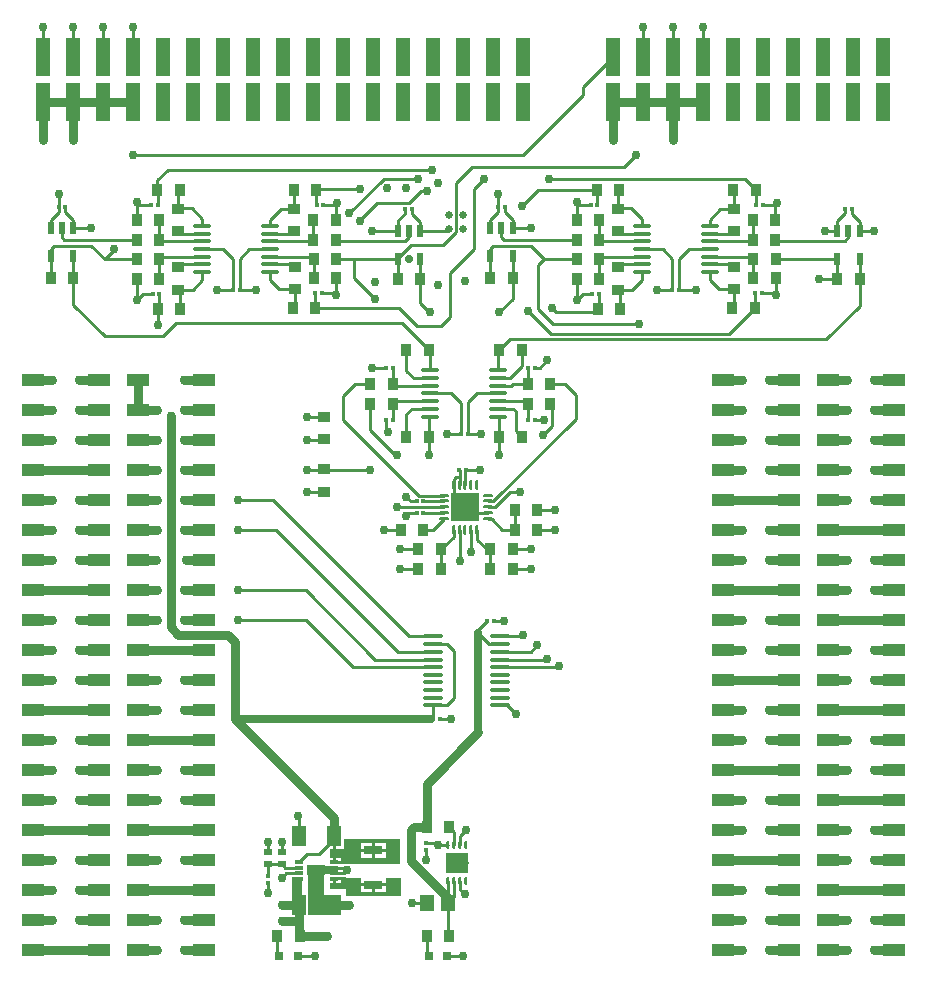
<source format=gtl>
%FSLAX23Y23*%
%MOIN*%
G70*
G01*
G75*
G04 Layer_Physical_Order=1*
G04 Layer_Color=255*
%ADD10R,0.050X0.125*%
%ADD11R,0.072X0.039*%
%ADD12O,0.061X0.014*%
%ADD13R,0.024X0.043*%
%ADD14O,0.037X0.010*%
%ADD15O,0.010X0.037*%
%ADD16R,0.094X0.094*%
%ADD17O,0.067X0.014*%
%ADD18O,0.010X0.028*%
%ADD19R,0.075X0.071*%
%ADD20R,0.028X0.012*%
%ADD21R,0.059X0.035*%
%ADD22R,0.035X0.039*%
%ADD23R,0.039X0.035*%
%ADD24R,0.026X0.022*%
%ADD25R,0.031X0.031*%
%ADD26R,0.063X0.031*%
%ADD27R,0.014X0.013*%
%ADD28R,0.045X0.057*%
%ADD29R,0.013X0.014*%
%ADD30R,0.045X0.071*%
%ADD31C,0.010*%
%ADD32C,0.030*%
%ADD33C,0.025*%
%ADD34R,0.101X0.030*%
%ADD35R,0.110X0.070*%
%ADD36R,0.054X0.168*%
%ADD37R,0.032X0.129*%
%ADD38C,0.028*%
%ADD39C,0.030*%
%ADD40C,0.026*%
G36*
X-2426Y-1315D02*
X-2398D01*
Y-1280D01*
X-2210D01*
Y-1364D01*
X-2407D01*
Y-1363D01*
X-2431D01*
Y-1358D01*
X-2436D01*
Y-1343D01*
X-2444D01*
Y-1315D01*
X-2436D01*
Y-1270D01*
X-2426D01*
Y-1315D01*
D02*
G37*
G36*
X-2390Y-1410D02*
X-2341D01*
Y-1427D01*
X-2259D01*
Y-1410D01*
X-2210D01*
X-2209Y-1411D01*
Y-1469D01*
X-2390D01*
X-2390Y-1448D01*
X-2441D01*
X-2445Y-1444D01*
X-2445Y-1427D01*
X-2436D01*
Y-1412D01*
X-2431D01*
Y-1407D01*
X-2407D01*
Y-1406D01*
X-2390D01*
Y-1410D01*
D02*
G37*
%LPC*%
G36*
X-2407Y-1417D02*
X-2426D01*
Y-1427D01*
X-2407D01*
Y-1417D01*
D02*
G37*
G36*
X-2305Y-1437D02*
X-2341D01*
Y-1458D01*
X-2305D01*
Y-1437D01*
D02*
G37*
G36*
X-2259D02*
X-2295D01*
Y-1458D01*
X-2259D01*
Y-1437D01*
D02*
G37*
G36*
X-2305Y-1292D02*
X-2341D01*
Y-1313D01*
X-2305D01*
Y-1292D01*
D02*
G37*
G36*
X-2259D02*
X-2295D01*
Y-1313D01*
X-2259D01*
Y-1292D01*
D02*
G37*
G36*
Y-1323D02*
X-2295D01*
Y-1344D01*
X-2259D01*
Y-1323D01*
D02*
G37*
G36*
X-2407Y-1343D02*
X-2426D01*
Y-1353D01*
X-2407D01*
Y-1343D01*
D02*
G37*
G36*
X-2305Y-1323D02*
X-2341D01*
Y-1344D01*
X-2305D01*
Y-1323D01*
D02*
G37*
%LPD*%
D10*
X-3400Y1175D02*
D03*
X-3300D02*
D03*
X-3100D02*
D03*
X-3200D02*
D03*
X-2800D02*
D03*
X-2700D02*
D03*
X-2900D02*
D03*
X-3000D02*
D03*
X-2200D02*
D03*
X-2100D02*
D03*
X-1900D02*
D03*
X-2000D02*
D03*
X-2400D02*
D03*
X-2300D02*
D03*
X-2500D02*
D03*
X-2600D02*
D03*
X-1800D02*
D03*
Y1325D02*
D03*
X-2600D02*
D03*
X-2500D02*
D03*
X-2300D02*
D03*
X-2400D02*
D03*
X-2000D02*
D03*
X-1900D02*
D03*
X-2100D02*
D03*
X-2200D02*
D03*
X-3000D02*
D03*
X-2900D02*
D03*
X-2700D02*
D03*
X-2800D02*
D03*
X-3200D02*
D03*
X-3100D02*
D03*
X-3300D02*
D03*
X-3400D02*
D03*
X-1500D02*
D03*
X-1400D02*
D03*
X-1200D02*
D03*
X-1300D02*
D03*
X-900D02*
D03*
X-800D02*
D03*
X-1000D02*
D03*
X-1100D02*
D03*
X-600D02*
D03*
X-700D02*
D03*
Y1175D02*
D03*
X-600D02*
D03*
X-1100D02*
D03*
X-1000D02*
D03*
X-800D02*
D03*
X-900D02*
D03*
X-1300D02*
D03*
X-1200D02*
D03*
X-1400D02*
D03*
X-1500D02*
D03*
D11*
X-3435Y250D02*
D03*
Y150D02*
D03*
Y-50D02*
D03*
Y50D02*
D03*
Y-350D02*
D03*
Y-450D02*
D03*
Y-250D02*
D03*
Y-150D02*
D03*
Y-950D02*
D03*
Y-1050D02*
D03*
Y-1250D02*
D03*
Y-1150D02*
D03*
Y-750D02*
D03*
Y-850D02*
D03*
Y-650D02*
D03*
Y-550D02*
D03*
Y-1550D02*
D03*
Y-1650D02*
D03*
Y-1450D02*
D03*
Y-1350D02*
D03*
X-3215D02*
D03*
Y-1450D02*
D03*
Y-1650D02*
D03*
Y-1550D02*
D03*
Y-550D02*
D03*
Y-650D02*
D03*
Y-850D02*
D03*
Y-750D02*
D03*
Y-1150D02*
D03*
Y-1250D02*
D03*
Y-1050D02*
D03*
Y-950D02*
D03*
Y-150D02*
D03*
Y-250D02*
D03*
Y-450D02*
D03*
Y-350D02*
D03*
Y50D02*
D03*
Y-50D02*
D03*
Y150D02*
D03*
Y250D02*
D03*
X-785D02*
D03*
Y150D02*
D03*
Y-50D02*
D03*
Y50D02*
D03*
Y-350D02*
D03*
Y-450D02*
D03*
Y-250D02*
D03*
Y-150D02*
D03*
Y-950D02*
D03*
Y-1050D02*
D03*
Y-1250D02*
D03*
Y-1150D02*
D03*
Y-750D02*
D03*
Y-850D02*
D03*
Y-650D02*
D03*
Y-550D02*
D03*
Y-1550D02*
D03*
Y-1650D02*
D03*
Y-1450D02*
D03*
Y-1350D02*
D03*
X-565D02*
D03*
Y-1450D02*
D03*
Y-1650D02*
D03*
Y-1550D02*
D03*
Y-550D02*
D03*
Y-650D02*
D03*
Y-850D02*
D03*
Y-750D02*
D03*
Y-1150D02*
D03*
Y-1250D02*
D03*
Y-1050D02*
D03*
Y-950D02*
D03*
Y-150D02*
D03*
Y-250D02*
D03*
Y-450D02*
D03*
Y-350D02*
D03*
Y50D02*
D03*
Y-50D02*
D03*
Y150D02*
D03*
Y250D02*
D03*
X-3085D02*
D03*
Y150D02*
D03*
Y-50D02*
D03*
Y50D02*
D03*
Y-350D02*
D03*
Y-450D02*
D03*
Y-250D02*
D03*
Y-150D02*
D03*
Y-950D02*
D03*
Y-1050D02*
D03*
Y-1250D02*
D03*
Y-1150D02*
D03*
Y-750D02*
D03*
Y-850D02*
D03*
Y-650D02*
D03*
Y-550D02*
D03*
Y-1550D02*
D03*
Y-1650D02*
D03*
Y-1450D02*
D03*
Y-1350D02*
D03*
X-2865D02*
D03*
Y-1450D02*
D03*
Y-1650D02*
D03*
Y-1550D02*
D03*
Y-550D02*
D03*
Y-650D02*
D03*
Y-850D02*
D03*
Y-750D02*
D03*
Y-1150D02*
D03*
Y-1250D02*
D03*
Y-1050D02*
D03*
Y-950D02*
D03*
Y-150D02*
D03*
Y-250D02*
D03*
Y-450D02*
D03*
Y-350D02*
D03*
Y50D02*
D03*
Y-50D02*
D03*
Y150D02*
D03*
Y250D02*
D03*
X-1135D02*
D03*
Y150D02*
D03*
Y-50D02*
D03*
Y50D02*
D03*
Y-350D02*
D03*
Y-450D02*
D03*
Y-250D02*
D03*
Y-150D02*
D03*
Y-950D02*
D03*
Y-1050D02*
D03*
Y-1250D02*
D03*
Y-1150D02*
D03*
Y-750D02*
D03*
Y-850D02*
D03*
Y-650D02*
D03*
Y-550D02*
D03*
Y-1550D02*
D03*
Y-1650D02*
D03*
Y-1450D02*
D03*
Y-1350D02*
D03*
X-915D02*
D03*
Y-1450D02*
D03*
Y-1650D02*
D03*
Y-1550D02*
D03*
Y-550D02*
D03*
Y-650D02*
D03*
Y-850D02*
D03*
Y-750D02*
D03*
Y-1150D02*
D03*
Y-1250D02*
D03*
Y-1050D02*
D03*
Y-950D02*
D03*
Y-150D02*
D03*
Y-250D02*
D03*
Y-450D02*
D03*
Y-350D02*
D03*
Y50D02*
D03*
Y-50D02*
D03*
Y150D02*
D03*
Y250D02*
D03*
D12*
X-1179Y609D02*
D03*
Y635D02*
D03*
Y661D02*
D03*
Y686D02*
D03*
Y712D02*
D03*
Y737D02*
D03*
Y763D02*
D03*
X-1405Y609D02*
D03*
Y635D02*
D03*
Y661D02*
D03*
Y686D02*
D03*
Y712D02*
D03*
Y737D02*
D03*
Y763D02*
D03*
X-2644Y609D02*
D03*
Y635D02*
D03*
Y661D02*
D03*
Y686D02*
D03*
Y712D02*
D03*
Y737D02*
D03*
Y763D02*
D03*
X-2870Y609D02*
D03*
Y635D02*
D03*
Y661D02*
D03*
Y686D02*
D03*
Y712D02*
D03*
Y737D02*
D03*
Y763D02*
D03*
X-2111Y282D02*
D03*
Y256D02*
D03*
Y231D02*
D03*
Y205D02*
D03*
Y179D02*
D03*
Y154D02*
D03*
Y128D02*
D03*
X-1884Y282D02*
D03*
Y256D02*
D03*
Y231D02*
D03*
Y205D02*
D03*
Y179D02*
D03*
Y154D02*
D03*
Y128D02*
D03*
D13*
X-679Y748D02*
D03*
X-717D02*
D03*
X-754D02*
D03*
Y654D02*
D03*
X-679D02*
D03*
X-2144Y748D02*
D03*
X-2182D02*
D03*
X-2219D02*
D03*
Y654D02*
D03*
X-2144D02*
D03*
X-1835Y757D02*
D03*
X-1873D02*
D03*
X-1910D02*
D03*
Y663D02*
D03*
X-1835D02*
D03*
X-3300Y757D02*
D03*
X-3338D02*
D03*
X-3375D02*
D03*
Y663D02*
D03*
X-3300D02*
D03*
D14*
X-2066Y-136D02*
D03*
Y-155D02*
D03*
Y-175D02*
D03*
Y-195D02*
D03*
Y-214D02*
D03*
X-1919D02*
D03*
Y-195D02*
D03*
Y-175D02*
D03*
Y-155D02*
D03*
Y-136D02*
D03*
D15*
X-2032Y-249D02*
D03*
X-2012D02*
D03*
X-1993D02*
D03*
X-1973D02*
D03*
X-1953D02*
D03*
Y-101D02*
D03*
X-1973D02*
D03*
X-1993D02*
D03*
X-2012D02*
D03*
X-2032D02*
D03*
D16*
X-1993Y-175D02*
D03*
D17*
X-2102Y-605D02*
D03*
Y-630D02*
D03*
Y-656D02*
D03*
Y-682D02*
D03*
Y-707D02*
D03*
Y-733D02*
D03*
Y-758D02*
D03*
Y-784D02*
D03*
Y-810D02*
D03*
Y-835D02*
D03*
X-1878Y-605D02*
D03*
Y-630D02*
D03*
Y-656D02*
D03*
Y-682D02*
D03*
Y-707D02*
D03*
Y-733D02*
D03*
Y-758D02*
D03*
Y-784D02*
D03*
Y-810D02*
D03*
Y-835D02*
D03*
D18*
X-2050Y-1419D02*
D03*
X-2030D02*
D03*
X-2010D02*
D03*
X-1990D02*
D03*
Y-1301D02*
D03*
X-2010D02*
D03*
X-2030D02*
D03*
X-2050D02*
D03*
D19*
X-2020Y-1360D02*
D03*
D20*
X-2431Y-1412D02*
D03*
Y-1394D02*
D03*
Y-1376D02*
D03*
Y-1358D02*
D03*
X-2549D02*
D03*
Y-1376D02*
D03*
Y-1394D02*
D03*
Y-1412D02*
D03*
D21*
X-2490Y-1385D02*
D03*
D22*
X-1104Y489D02*
D03*
X-1029D02*
D03*
X-2569D02*
D03*
X-2494D02*
D03*
X-1478Y488D02*
D03*
X-1552D02*
D03*
X-2943D02*
D03*
X-3017D02*
D03*
X-960Y783D02*
D03*
X-1035D02*
D03*
X-2425D02*
D03*
X-2500D02*
D03*
X-1100Y883D02*
D03*
X-1025D02*
D03*
X-2565D02*
D03*
X-2490D02*
D03*
X-1480D02*
D03*
X-1555D02*
D03*
X-2945D02*
D03*
X-3020D02*
D03*
X-1034Y589D02*
D03*
X-959D02*
D03*
X-2499D02*
D03*
X-2424D02*
D03*
X-1622Y588D02*
D03*
X-1548D02*
D03*
X-3087D02*
D03*
X-3013D02*
D03*
X-959Y654D02*
D03*
X-1034D02*
D03*
X-2424D02*
D03*
X-2499D02*
D03*
X-1622Y653D02*
D03*
X-1548D02*
D03*
X-3087D02*
D03*
X-3013D02*
D03*
X-1622Y718D02*
D03*
X-1548D02*
D03*
X-3087D02*
D03*
X-3013D02*
D03*
X-960D02*
D03*
X-1035D02*
D03*
X-2425D02*
D03*
X-2500D02*
D03*
X-1548Y783D02*
D03*
X-1622D02*
D03*
X-3013D02*
D03*
X-3087D02*
D03*
X-2075Y-315D02*
D03*
X-2150D02*
D03*
X-1910D02*
D03*
X-1835D02*
D03*
X-1827Y-250D02*
D03*
X-1753D02*
D03*
X-1805Y60D02*
D03*
X-1880D02*
D03*
X-2115D02*
D03*
X-2190D02*
D03*
X-1710Y170D02*
D03*
X-1785D02*
D03*
X-679Y586D02*
D03*
X-754D02*
D03*
X-2144D02*
D03*
X-2219D02*
D03*
X-2310Y170D02*
D03*
X-2235D02*
D03*
X-2150Y-380D02*
D03*
X-2075D02*
D03*
X-1835Y590D02*
D03*
X-1910D02*
D03*
X-3300D02*
D03*
X-3375D02*
D03*
X-1835Y-380D02*
D03*
X-1910D02*
D03*
X-1753Y-185D02*
D03*
X-1827D02*
D03*
X-2310Y235D02*
D03*
X-2235D02*
D03*
X-1710D02*
D03*
X-1785D02*
D03*
X-1880Y350D02*
D03*
X-1805D02*
D03*
X-2190D02*
D03*
X-2115D02*
D03*
X-2133Y-250D02*
D03*
X-2207D02*
D03*
X-2048Y-1240D02*
D03*
X-2122D02*
D03*
X-2122Y-1605D02*
D03*
X-2048D02*
D03*
X-2621D02*
D03*
X-2546D02*
D03*
D23*
X-1097Y552D02*
D03*
Y626D02*
D03*
X-2562Y552D02*
D03*
Y626D02*
D03*
X-1485Y551D02*
D03*
Y625D02*
D03*
X-2950Y551D02*
D03*
Y625D02*
D03*
X-1098Y746D02*
D03*
Y820D02*
D03*
X-2563Y746D02*
D03*
Y820D02*
D03*
X-1485Y746D02*
D03*
Y820D02*
D03*
X-2950Y746D02*
D03*
Y820D02*
D03*
X-2465Y-122D02*
D03*
Y-48D02*
D03*
Y127D02*
D03*
Y53D02*
D03*
D24*
X-2650Y-1325D02*
D03*
Y-1365D02*
D03*
X-2605Y-1365D02*
D03*
Y-1325D02*
D03*
D25*
X-2054Y-1670D02*
D03*
X-2116D02*
D03*
X-2552D02*
D03*
X-2615D02*
D03*
D26*
X-2300Y-1432D02*
D03*
Y-1318D02*
D03*
D27*
X-1028Y539D02*
D03*
X-1006D02*
D03*
X-2493D02*
D03*
X-2471D02*
D03*
X-1549Y538D02*
D03*
X-1571D02*
D03*
X-3014D02*
D03*
X-3036D02*
D03*
X-1024Y833D02*
D03*
X-1002D02*
D03*
X-2489D02*
D03*
X-2467D02*
D03*
X-1554D02*
D03*
X-1576D02*
D03*
X-3019D02*
D03*
X-3041D02*
D03*
X-1303Y549D02*
D03*
X-1281D02*
D03*
X-2768D02*
D03*
X-2746D02*
D03*
X-728Y821D02*
D03*
X-706D02*
D03*
X-2193D02*
D03*
X-2171D02*
D03*
X-1884Y825D02*
D03*
X-1862D02*
D03*
X-3349D02*
D03*
X-3327D02*
D03*
X-2134Y-155D02*
D03*
X-2156D02*
D03*
X-2134Y-195D02*
D03*
X-2156D02*
D03*
X-1761Y115D02*
D03*
X-1783D02*
D03*
X-2236D02*
D03*
X-2258D02*
D03*
X-1783Y290D02*
D03*
X-1761D02*
D03*
X-2258D02*
D03*
X-2236D02*
D03*
X-1992Y-50D02*
D03*
X-2014D02*
D03*
X-2008Y70D02*
D03*
X-1986D02*
D03*
X-1921Y-555D02*
D03*
X-1899D02*
D03*
X-2101Y-880D02*
D03*
X-2079D02*
D03*
D28*
X-2120Y-1495D02*
D03*
X-2050D02*
D03*
D29*
X-2125Y-1294D02*
D03*
Y-1316D02*
D03*
X-2650Y-1426D02*
D03*
Y-1404D02*
D03*
D30*
X-2431Y-1500D02*
D03*
X-2549D02*
D03*
Y-1270D02*
D03*
X-2431D02*
D03*
D31*
X-2380Y805D02*
X-2265Y920D01*
X-2345Y780D02*
Y782D01*
X-2287Y840D01*
X-2180D01*
X-2455Y-1605D02*
X-2450Y-1600D01*
X-2219Y654D02*
Y656D01*
X-2175Y700D01*
X-2067D01*
X-2025Y742D01*
X-2182Y726D02*
Y748D01*
X-2194Y714D02*
X-2182Y726D01*
X-2421Y714D02*
X-2194D01*
X-2025Y743D02*
Y905D01*
X-1970Y960D01*
X-2025Y743D02*
X-2025Y742D01*
X-1970Y960D02*
X-1465D01*
X-1425Y1000D01*
X-2365Y654D02*
X-2219D01*
X-2424D02*
X-2365D01*
Y590D02*
X-2295Y520D01*
X-2365Y590D02*
Y654D01*
X-1400Y1325D02*
Y1425D01*
X-1600Y1225D02*
X-1500Y1325D01*
X-1600Y1200D02*
Y1225D01*
X-1800Y1000D02*
X-1600Y1200D01*
X-3100Y1000D02*
X-1800D01*
X-3165Y683D02*
Y685D01*
X-3195Y653D02*
X-3165Y683D01*
X-1750Y633D02*
X-1730Y653D01*
X-1750Y485D02*
Y633D01*
Y485D02*
X-1700Y435D01*
X-1415D01*
X-1707Y402D02*
X-1116D01*
X-1785Y480D02*
X-1707Y402D01*
X-1116D02*
X-1029Y489D01*
X-1845Y385D02*
X-790D01*
X-679Y496D01*
X-1437Y551D02*
X-1405Y583D01*
X-1478Y551D02*
X-1437D01*
X-1303Y549D02*
Y653D01*
X-1281Y549D02*
Y654D01*
X-1356Y549D02*
X-1303D01*
X-1336Y686D02*
X-1303Y653D01*
X-1300Y1325D02*
Y1425D01*
X-1730Y653D02*
X-1622D01*
X-1200Y1325D02*
Y1425D01*
X-815Y585D02*
X-814Y586D01*
X-754D01*
X-3100Y1325D02*
Y1425D01*
X-1682Y-707D02*
X-1680Y-705D01*
X-1878Y-707D02*
X-1682D01*
X-1878Y-656D02*
X-1776D01*
X-1755Y-635D01*
X-1878Y-682D02*
X-1722D01*
X-1720Y-680D01*
X-3200Y1325D02*
Y1425D01*
X-3300Y1325D02*
Y1425D01*
X-3400Y1325D02*
Y1425D01*
X-1805Y-605D02*
X-1800Y-600D01*
X-1878Y-605D02*
X-1805D01*
X-1915Y-630D02*
X-1878D01*
X-1950Y-595D02*
X-1915Y-630D01*
X-2016Y-151D02*
X-2012Y-155D01*
X-2032Y-136D02*
X-2016Y-151D01*
X-2032Y-136D02*
Y-101D01*
X-2219Y-656D02*
X-2102D01*
X-679Y748D02*
Y777D01*
X-706Y804D02*
X-679Y777D01*
X-706Y804D02*
Y821D01*
X-728Y805D02*
Y821D01*
X-754Y779D02*
X-728Y805D01*
X-754Y748D02*
Y779D01*
X-956Y714D02*
X-729D01*
X-717Y726D01*
Y748D01*
X-959Y654D02*
X-754D01*
Y586D02*
Y654D01*
X-679Y586D02*
Y654D01*
X-1835Y758D02*
Y783D01*
X-1862Y810D02*
X-1835Y783D01*
X-1862Y810D02*
Y825D01*
X-1884Y809D02*
Y825D01*
X-1910Y783D02*
X-1884Y809D01*
X-1910Y757D02*
Y783D01*
X-1910Y590D02*
X-1910Y590D01*
Y663D01*
Y688D02*
X-1900Y698D01*
X-1910Y663D02*
Y688D01*
X-1873Y726D02*
X-1865Y718D01*
X-1835Y519D02*
Y663D01*
X-1873Y726D02*
Y757D01*
X-1104Y489D02*
X-1097Y496D01*
Y552D01*
X-1149D02*
X-1097D01*
X-1179Y582D02*
X-1149Y552D01*
X-1179Y582D02*
Y609D01*
X-1105Y635D02*
X-1097Y626D01*
X-1179Y635D02*
X-1105D01*
X-1034Y589D02*
Y654D01*
X-1041Y661D02*
X-1034Y654D01*
X-1179Y661D02*
X-1041D01*
X-1035Y718D02*
Y783D01*
X-1041Y712D02*
X-1035Y718D01*
X-1179Y712D02*
X-1041D01*
X-1025Y834D02*
Y883D01*
X-1100D02*
X-1098Y881D01*
Y820D02*
Y881D01*
X-1143Y820D02*
X-1098D01*
X-1179Y784D02*
X-1143Y820D01*
X-1179Y763D02*
Y784D01*
X-1106Y737D02*
X-1098Y746D01*
X-1179Y737D02*
X-1106D01*
X-1478Y488D02*
Y543D01*
X-1552Y488D02*
X-1549Y491D01*
X-1555Y883D02*
X-1554Y882D01*
X-1548Y588D02*
Y653D01*
X-1540Y661D01*
X-1405D01*
X-1485Y820D02*
Y878D01*
X-1482Y823D02*
X-1440D01*
X-1405Y788D01*
Y763D02*
Y788D01*
Y583D02*
Y609D01*
X-1485Y625D02*
X-1475Y635D01*
X-1405D01*
X-1548Y718D02*
Y783D01*
Y718D02*
X-1541Y712D01*
X-1405D01*
X-1485Y878D02*
X-1480Y883D01*
X-1485Y746D02*
X-1477Y737D01*
X-1405D01*
X-1900Y698D02*
X-1775D01*
X-1730Y653D01*
X-1865Y718D02*
X-1622D01*
X-1835Y757D02*
X-1775D01*
X-1622Y518D02*
Y588D01*
X-1602Y538D02*
X-1571D01*
X-1622Y518D02*
X-1602Y538D01*
X-1622Y783D02*
Y843D01*
X-1613Y833D02*
X-1576D01*
X-1622Y843D02*
X-1613Y833D01*
X-1405Y686D02*
X-1336D01*
X-1281Y549D02*
X-1226D01*
X-1281Y654D02*
X-1249Y686D01*
X-1179D01*
X-959Y534D02*
Y589D01*
X-960Y783D02*
Y835D01*
X-1002Y833D02*
X-962D01*
X-960Y835D01*
X-955Y840D01*
X-1006Y539D02*
X-964D01*
X-959Y534D01*
X-2144Y586D02*
Y654D01*
X-2219Y586D02*
Y654D01*
Y748D02*
Y779D01*
X-2193Y805D01*
Y821D01*
X-3300Y590D02*
Y663D01*
X-3374Y590D02*
X-3374Y590D01*
Y688D01*
X-3240Y698D02*
X-3195Y653D01*
X-3374Y688D02*
X-3364Y698D01*
X-3195Y653D02*
X-3087D01*
X-3365Y698D02*
X-3240D01*
X-3374Y757D02*
Y783D01*
X-3375Y783D02*
X-3349Y809D01*
Y825D01*
X-3338Y726D02*
X-3330Y718D01*
X-3338Y726D02*
Y757D01*
X-3330Y718D02*
X-3087D01*
X-3327Y810D02*
X-3300Y783D01*
X-3300Y757D02*
X-3240D01*
X-3300Y758D02*
Y783D01*
X-3327Y810D02*
Y825D01*
X-2569Y489D02*
X-2562Y496D01*
Y552D01*
X-3017Y488D02*
X-3014Y491D01*
X-2943Y488D02*
Y543D01*
X-2500Y718D02*
Y783D01*
X-2467Y833D02*
X-2427D01*
X-2425Y835D01*
X-2420Y840D01*
X-2490Y834D02*
Y883D01*
X-2565D02*
X-2563Y881D01*
X-3020Y883D02*
X-3019Y882D01*
X-2950Y820D02*
Y878D01*
X-2945Y883D01*
X-2644Y635D02*
X-2570D01*
X-2562Y626D01*
X-2644Y582D02*
X-2614Y552D01*
X-2562D01*
X-2644Y582D02*
Y609D01*
X-2950Y625D02*
X-2940Y635D01*
X-2870D01*
X-2943Y551D02*
X-2902D01*
X-2870Y583D01*
Y609D01*
X-2471Y539D02*
X-2429D01*
X-2424Y534D01*
Y589D01*
X-2499D02*
Y654D01*
X-3013Y588D02*
Y653D01*
X-3087Y518D02*
Y588D01*
Y518D02*
X-3067Y538D01*
X-3036D01*
X-2644Y661D02*
X-2506D01*
X-2499Y654D01*
X-3013Y653D02*
X-3005Y661D01*
X-2870D01*
X-3013Y718D02*
Y783D01*
Y718D02*
X-3006Y712D01*
X-2870D01*
X-2644D02*
X-2506D01*
X-2500Y718D01*
X-3087Y783D02*
Y843D01*
X-3078Y833D02*
X-3041D01*
X-3087Y843D02*
X-3078Y833D01*
X-2644Y763D02*
Y784D01*
X-2608Y820D01*
X-2563D01*
X-2644Y737D02*
X-2571D01*
X-2563Y746D01*
X-2870Y763D02*
Y788D01*
X-2947Y823D02*
X-2905D01*
X-2870Y788D01*
X-2950Y746D02*
X-2942Y737D01*
X-2870D01*
X-2768Y549D02*
Y653D01*
X-2821Y549D02*
X-2768D01*
X-2870Y686D02*
X-2801D01*
X-2768Y653D01*
X-2746Y549D02*
Y654D01*
Y549D02*
X-2691D01*
X-2746Y654D02*
X-2714Y686D01*
X-2644D01*
X-3349Y825D02*
Y871D01*
X-1660Y235D02*
X-1625Y200D01*
X-1710Y235D02*
X-1660D01*
X-1846Y-125D02*
X-1810D01*
X-1896Y-175D02*
X-1846Y-125D01*
X-1919Y-175D02*
X-1896D01*
X-1919Y-155D02*
X-1901D01*
X-1880Y60D02*
Y124D01*
X-1884Y128D02*
X-1880Y124D01*
X-1884Y231D02*
X-1884Y230D01*
X-1884Y282D02*
Y346D01*
X-1880Y350D01*
X-1785Y235D02*
Y289D01*
X-1783Y290D01*
X-1761D02*
X-1745D01*
X-1720Y315D01*
X-1955Y205D02*
X-1884D01*
X-1985Y175D02*
X-1955Y205D01*
X-1985Y71D02*
Y175D01*
X-1986Y70D02*
X-1985Y71D01*
X-2111Y205D02*
X-2040D01*
X-1992Y-50D02*
X-1945D01*
X-1993Y-101D02*
Y-51D01*
X-1992Y-50D01*
X-2014D02*
X-2012Y-51D01*
X-2032Y-101D02*
Y-79D01*
X-2025Y-72D01*
X-2012D01*
Y-101D02*
Y-72D01*
Y-51D01*
X-1973Y-195D02*
X-1919D01*
Y-214D02*
X-1906D01*
X-1870Y-250D01*
X-1827D01*
Y-185D01*
X-1827Y-185D01*
X-1753D02*
X-1695D01*
X-1753Y-250D02*
X-1695D01*
X-1835Y-315D02*
X-1775D01*
X-1835Y-380D02*
X-1775D01*
X-2210Y-315D02*
X-2150D01*
X-2210Y-380D02*
X-2150D01*
X-2265Y-250D02*
X-2207D01*
X-1986Y70D02*
X-1940D01*
X-2115Y60D02*
Y124D01*
X-2111Y128D01*
X-2055Y70D02*
X-2008D01*
X-2226Y179D02*
X-2111D01*
X-2235Y170D02*
X-2226Y179D01*
X-2235Y116D02*
Y170D01*
X-2236Y115D02*
X-2235Y116D01*
X-2258Y78D02*
Y115D01*
Y78D02*
X-2255Y75D01*
X-2250D01*
X-2227Y0D02*
X-2220D01*
X-2231Y231D02*
X-2111D01*
X-2235Y235D02*
X-2231Y231D01*
X-2235Y235D02*
Y289D01*
X-2111Y282D02*
Y346D01*
X-2115Y350D02*
X-2111Y346D01*
X-2166Y256D02*
X-2111D01*
X-2190Y280D02*
X-2166Y256D01*
X-2190Y280D02*
Y350D01*
X-2190Y60D02*
Y135D01*
X-2171Y154D01*
X-2111D01*
X-2310Y82D02*
X-2227Y0D01*
X-2008Y70D02*
Y173D01*
X-2040Y205D02*
X-2008Y173D01*
X-2310Y82D02*
Y170D01*
X-2400Y116D02*
Y195D01*
X-2360Y235D01*
X-2310D01*
X-1901Y-155D02*
X-1625Y120D01*
Y200D01*
X-1880Y-0D02*
Y60D01*
X-1884Y256D02*
X-1844D01*
X-1884Y230D02*
X-1840D01*
X-1844Y256D02*
X-1805Y295D01*
Y350D01*
X-1840Y230D02*
X-1835Y235D01*
X-1785D01*
X-1794Y179D02*
X-1785Y170D01*
X-1884Y179D02*
X-1794D01*
X-1884Y154D02*
X-1834D01*
X-1825Y145D01*
Y80D02*
Y145D01*
Y80D02*
X-1805Y60D01*
X-679Y496D02*
Y586D01*
X-2205Y440D02*
X-2115Y350D01*
X-3300Y500D02*
Y590D01*
X-2115Y0D02*
Y60D01*
X-1884Y825D02*
Y871D01*
X-2144Y506D02*
Y586D01*
Y506D02*
X-2113Y475D01*
X-2110D01*
X-1880Y475D02*
X-1835Y519D01*
X-3017Y432D02*
Y488D01*
X-3300Y500D02*
X-3195Y395D01*
X-3002D01*
X-2957Y440D01*
X-2205D01*
X-3014Y491D02*
Y538D01*
X-2563Y820D02*
Y881D01*
X-2425Y783D02*
Y835D01*
X-3020Y883D02*
Y915D01*
X-3019Y833D02*
Y882D01*
X-2144Y748D02*
X-2053D01*
X-1554Y833D02*
Y882D01*
X-1805Y830D02*
X-1752Y883D01*
X-1062Y920D02*
X-1025Y883D01*
X-1715Y920D02*
X-1062D01*
X-1752Y883D02*
X-1555D01*
X-1775Y755D02*
Y757D01*
X-1705Y490D02*
X-1690Y475D01*
X-1565D01*
X-1552Y488D01*
X-1549Y491D02*
Y538D01*
X-1880Y350D02*
X-1845Y385D01*
X-2488Y885D02*
X-2345D01*
X-2490Y883D02*
X-2488Y885D01*
X-2053Y748D02*
X-2049Y752D01*
X-1965Y885D02*
X-1930Y920D01*
X-1965Y685D02*
Y885D01*
X-2045Y605D02*
X-1965Y685D01*
X-2045Y460D02*
Y605D01*
X-2075Y430D02*
X-2045Y460D01*
X-2155Y430D02*
X-2075D01*
X-2215Y490D02*
X-2155Y430D01*
X-2493Y490D02*
Y539D01*
X-1920Y-315D02*
X-1910D01*
Y-380D02*
Y-315D01*
Y-380D02*
X-1910Y-380D01*
X-2075D02*
X-2075Y-380D01*
X-2133Y-250D02*
X-2102D01*
X-2066Y-214D01*
X-2134Y-195D02*
X-2066D01*
X-2134Y-195D02*
X-2134Y-195D01*
Y-155D02*
X-2066D01*
X-2134Y-155D02*
X-2134Y-155D01*
X-2144Y748D02*
Y777D01*
X-2171Y804D02*
Y821D01*
Y804D02*
X-2144Y777D01*
X-3020Y915D02*
X-2985Y950D01*
X-2105D01*
X-2265Y920D02*
X-2150D01*
X-2493Y490D02*
X-2215D01*
X-2140Y880D02*
X-2120D01*
X-2180Y840D02*
X-2140Y880D01*
X-1953Y-282D02*
X-1920Y-315D01*
X-1953Y-282D02*
Y-249D01*
X-1975Y-325D02*
X-1973Y-323D01*
Y-249D01*
X-2032Y-272D02*
Y-249D01*
X-2075Y-315D02*
X-2032Y-272D01*
X-2305Y290D02*
X-2258D01*
X-2012Y-353D02*
Y-249D01*
X-2075Y-380D02*
Y-315D01*
X-2510Y-50D02*
X-2310D01*
X-2520Y50D02*
X-2468D01*
X-2468Y-125D02*
X-2465Y-122D01*
X-2180Y-605D02*
X-2102D01*
X-2635Y-150D02*
X-2180Y-605D01*
X-2750Y-150D02*
X-2635D01*
X-2625Y-250D02*
X-2219Y-656D01*
X-2750Y-250D02*
X-2625D01*
X-2293Y-682D02*
X-2102D01*
X-2525Y-450D02*
X-2293Y-682D01*
X-2750Y-450D02*
X-2525D01*
X-2368Y-707D02*
X-2102D01*
X-2525Y-550D02*
X-2368Y-707D01*
X-2750Y-550D02*
X-2525D01*
X-2030Y-810D02*
Y-655D01*
X-2055Y-835D02*
X-2030Y-810D01*
X-2102Y-835D02*
X-2055D01*
X-2079Y-880D02*
X-2040D01*
X-2101D02*
Y-836D01*
X-1878Y-835D02*
X-1855D01*
X-1825Y-865D01*
X-2055Y-630D02*
X-2030Y-655D01*
X-2102Y-630D02*
X-2055D01*
X-1950Y-584D02*
X-1921Y-555D01*
X-1950Y-595D02*
Y-584D01*
X-2650Y-1325D02*
Y-1290D01*
X-2605Y-1325D02*
Y-1290D01*
X-2605Y-1290D01*
X-2549Y-1270D02*
Y-1206D01*
X-2550Y-1205D02*
X-2549Y-1206D01*
X-2650Y-1365D02*
X-2605D01*
X-2594Y-1376D02*
X-2549D01*
X-2605Y-1365D02*
X-2594Y-1376D01*
X-2549Y-1358D02*
X-2521Y-1330D01*
X-2431Y-1394D02*
X-2398D01*
X-2389Y-1385D01*
X-2398Y-1376D02*
X-2389Y-1385D01*
X-2431Y-1376D02*
X-2398D01*
X-2591Y-1394D02*
X-2549D01*
X-2606Y-1409D02*
X-2591Y-1394D01*
X-2650Y-1404D02*
Y-1365D01*
Y-1460D02*
Y-1426D01*
X-2521Y-1330D02*
X-2480D01*
X-2431Y-1281D01*
Y-1270D01*
X-2621Y-1664D02*
Y-1605D01*
Y-1664D02*
X-2615Y-1670D01*
X-2552D02*
X-2495D01*
X-2084Y-1301D02*
X-2050D01*
X-2125Y-1294D02*
X-2091D01*
X-2084Y-1301D01*
X-2030D02*
Y-1258D01*
X-2048Y-1240D02*
X-2030Y-1258D01*
X-2010Y-1301D02*
Y-1270D01*
X-1990Y-1250D01*
X-2050Y-1495D02*
Y-1419D01*
X-2030Y-1475D02*
Y-1419D01*
X-2050Y-1495D02*
X-2030Y-1475D01*
X-2010Y-1450D02*
Y-1419D01*
Y-1450D02*
X-1995Y-1465D01*
X-2050Y-1603D02*
Y-1495D01*
X-2170D02*
X-2120D01*
X-2122Y-1664D02*
Y-1605D01*
Y-1664D02*
X-2116Y-1670D01*
X-2054D02*
X-2000D01*
X-2125Y-1350D02*
Y-1316D01*
X-1761Y115D02*
X-1730D01*
X-1710Y170D02*
X-1703Y163D01*
Y97D02*
Y163D01*
X-1735Y65D02*
X-1703Y97D01*
X-1783Y115D02*
Y169D01*
X-2180Y-195D02*
X-2156D01*
X-2190Y-205D02*
X-2180Y-195D01*
X-2400Y116D02*
X-2148Y-136D01*
X-2066D01*
X-2175Y-155D02*
X-2156D01*
X-2220Y-175D02*
X-2066D01*
X-2190Y-140D02*
X-2175Y-155D01*
X-679Y748D02*
X-632D01*
X-793D02*
X-754D01*
X-1899Y-555D02*
X-1865D01*
X-2298Y748D02*
X-2219D01*
X-1029Y489D02*
Y537D01*
X-1028Y539D01*
X-2520Y127D02*
X-2465D01*
X-2520Y-125D02*
X-2468D01*
D32*
X-2489Y-1500D02*
X-2489Y-1500D01*
X-2431D01*
X-2490Y-1440D02*
Y-1385D01*
X-2431Y-1500D02*
X-2380D01*
X-2549Y-1555D02*
Y-1500D01*
Y-1602D02*
Y-1555D01*
X-2605D02*
X-2549D01*
X-2605Y-1500D02*
X-2549D01*
X-2495Y-1605D02*
X-2455D01*
X-2546D02*
X-2495D01*
X-2925Y-350D02*
X-2865D01*
X-3085D02*
X-3025D01*
X-3300Y1050D02*
Y1175D01*
X-1300Y1050D02*
Y1175D01*
X-1200D01*
X-1400D02*
X-1300D01*
X-1500D02*
X-1400D01*
X-1500Y1050D02*
Y1175D01*
X-3200D02*
X-3100D01*
X-3300D02*
X-3200D01*
X-3400D02*
X-3300D01*
X-3400Y1050D02*
Y1175D01*
X-2930Y150D02*
X-2865D01*
X-2760Y-880D02*
Y-625D01*
X-2785Y-600D02*
X-2760Y-625D01*
X-2950Y-600D02*
X-2785D01*
X-2975Y-575D02*
X-2950Y-600D01*
X-2975Y-575D02*
Y130D01*
X-2122Y-1240D02*
Y-1097D01*
X-2431Y-1270D02*
Y-1209D01*
X-2760Y-880D02*
X-2431Y-1209D01*
X-2122Y-1097D02*
X-1950Y-925D01*
X-2175Y-1352D02*
Y-1250D01*
X-2165Y-1240D01*
X-2122D01*
X-2175Y-1352D02*
X-2050Y-1478D01*
Y-1495D02*
Y-1478D01*
X-3435Y250D02*
X-3370D01*
X-3435Y150D02*
X-3370D01*
X-3435Y50D02*
X-3370D01*
X-3435Y-150D02*
X-3370D01*
X-3435Y-250D02*
X-3370D01*
X-3435Y-350D02*
X-3370D01*
X-3435Y-550D02*
X-3370D01*
X-3435Y-650D02*
X-3370D01*
X-3435Y-750D02*
X-3370D01*
X-3435Y-950D02*
X-3370D01*
X-3435Y-1050D02*
X-3370D01*
X-3435Y-1150D02*
X-3370D01*
X-3435Y-1350D02*
X-3370D01*
X-3435Y-1450D02*
X-3370D01*
X-3435Y-1550D02*
X-3370D01*
X-3280Y250D02*
X-3215D01*
X-3280Y150D02*
X-3215D01*
X-3280Y50D02*
X-3215D01*
X-3280Y-150D02*
X-3215D01*
X-3280Y-250D02*
X-3215D01*
X-3280Y-350D02*
X-3215D01*
X-3280Y-550D02*
X-3215D01*
X-3280Y-650D02*
X-3215D01*
X-3280Y-750D02*
X-3215D01*
X-3280Y-950D02*
X-3215D01*
X-3280Y-1050D02*
X-3215D01*
X-3280Y-1150D02*
X-3215D01*
X-3280Y-1350D02*
X-3215D01*
X-3280Y-1450D02*
X-3215D01*
X-3280Y-1550D02*
X-3215D01*
X-3085Y-1650D02*
X-3020D01*
X-3085Y-1550D02*
X-3020D01*
X-3085Y-1350D02*
X-3020D01*
X-3085Y-1150D02*
X-3020D01*
X-3085Y-1050D02*
X-3020D01*
X-3085Y-850D02*
X-3020D01*
X-3085Y-750D02*
X-3020D01*
X-3085Y-550D02*
X-3020D01*
X-3085Y-450D02*
X-3020D01*
X-3085Y-250D02*
X-3020D01*
X-3085Y-150D02*
X-3020D01*
X-3085Y-50D02*
X-3020D01*
X-3085Y50D02*
X-3020D01*
X-3085Y150D02*
X-3020D01*
X-2930Y250D02*
X-2865D01*
X-2930Y50D02*
X-2865D01*
X-2930Y-50D02*
X-2865D01*
X-2930Y-150D02*
X-2865D01*
X-2930Y-250D02*
X-2865D01*
X-2930Y-450D02*
X-2865D01*
X-2930Y-550D02*
X-2865D01*
X-2930Y-750D02*
X-2865D01*
X-2930Y-850D02*
X-2865D01*
X-2930Y-1050D02*
X-2865D01*
X-2930Y-1150D02*
X-2865D01*
X-2930Y-1350D02*
X-2865D01*
X-2930Y-1550D02*
X-2865D01*
X-2930Y-1650D02*
X-2865D01*
X-1135Y250D02*
X-1070D01*
X-1135Y150D02*
X-1070D01*
X-1135Y50D02*
X-1070D01*
X-1135Y-50D02*
X-1070D01*
X-1135Y-250D02*
X-1070D01*
X-1135Y-350D02*
X-1070D01*
X-1135Y-550D02*
X-1070D01*
X-1135Y-650D02*
X-1070D01*
X-1135Y-850D02*
X-1070D01*
X-1135Y-950D02*
X-1070D01*
X-1135Y-1150D02*
X-1070D01*
X-1135Y-1250D02*
X-1070D01*
X-1135Y-1450D02*
X-1070D01*
X-1135Y-1550D02*
X-1070D01*
X-1135Y-1650D02*
X-1070D01*
X-3435D02*
X-3325D01*
X-3215D01*
X-3085Y-1450D02*
X-2975D01*
X-2865D01*
X-3085Y-1250D02*
X-2975D01*
X-2865D01*
X-3435D02*
X-3325D01*
X-3215D01*
X-3435Y-850D02*
X-3325D01*
X-3215D01*
X-3085Y-950D02*
X-2975D01*
X-2865D01*
X-3085Y-650D02*
X-3025D01*
X-2865D01*
X-3435Y-450D02*
X-3325D01*
X-3215D01*
X-3435Y-50D02*
X-3325D01*
X-3215D01*
X-3085Y150D02*
Y250D01*
X-980D02*
X-915D01*
X-980Y150D02*
X-915D01*
X-980Y50D02*
X-915D01*
X-980Y-50D02*
X-915D01*
X-980Y-250D02*
X-915D01*
X-980Y-350D02*
X-915D01*
X-980Y-550D02*
X-915D01*
X-980Y-650D02*
X-915D01*
X-980Y-850D02*
X-915D01*
X-980Y-950D02*
X-915D01*
X-980Y-1150D02*
X-915D01*
X-980Y-1250D02*
X-915D01*
X-980Y-1450D02*
X-915D01*
X-980Y-1550D02*
X-915D01*
X-980Y-1650D02*
X-915D01*
X-785D02*
X-720D01*
X-630D02*
X-565D01*
X-630Y-1550D02*
X-565D01*
X-785D02*
X-720D01*
X-785Y-1350D02*
X-720D01*
X-630D02*
X-565D01*
X-630Y-1250D02*
X-565D01*
X-785D02*
X-720D01*
X-785Y-1050D02*
X-720D01*
X-630D02*
X-565D01*
X-630Y-950D02*
X-565D01*
X-785D02*
X-720D01*
X-785Y-750D02*
X-720D01*
X-785Y-650D02*
X-720D01*
X-630Y-750D02*
X-565D01*
X-630Y-650D02*
X-565D01*
X-630Y-450D02*
X-565D01*
X-785D02*
X-720D01*
X-785Y-350D02*
X-720D01*
X-630D02*
X-565D01*
X-630Y-150D02*
X-565D01*
X-785D02*
X-720D01*
X-785Y-50D02*
X-720D01*
X-630D02*
X-565D01*
X-630Y50D02*
X-565D01*
X-785D02*
X-720D01*
X-630Y150D02*
X-565D01*
X-785D02*
X-720D01*
X-785Y250D02*
X-720D01*
X-630D02*
X-565D01*
X-1135Y-1350D02*
X-1025D01*
X-915D01*
X-1135Y-1050D02*
X-1025D01*
X-915D01*
X-1135Y-750D02*
X-1025D01*
X-915D01*
X-1135Y-450D02*
X-1025D01*
X-915D01*
X-1135Y-150D02*
X-1025D01*
X-915D01*
X-785Y-250D02*
X-675D01*
X-565D01*
X-785Y-550D02*
X-675D01*
X-565D01*
X-785Y-850D02*
X-675D01*
X-565D01*
X-785Y-1150D02*
X-675D01*
X-565D01*
X-785Y-1450D02*
X-675D01*
X-565D01*
D33*
X-2760Y-880D02*
X-2108D01*
X-1950Y-925D02*
Y-595D01*
D34*
X-2468Y-1385D02*
D03*
D35*
X-2464Y-1500D02*
D03*
D36*
X-2492Y-1451D02*
D03*
D37*
X-2554Y-1470D02*
D03*
D38*
X-2181Y652D02*
D03*
D39*
X-2380Y805D02*
D03*
X-2345Y780D02*
D03*
X-2303Y746D02*
D03*
X-2489Y-1500D02*
D03*
X-2488Y-1442D02*
D03*
X-2605Y-1555D02*
D03*
X-2605Y-1500D02*
D03*
X-2495Y-1605D02*
D03*
X-2455D02*
D03*
X-2925Y-350D02*
D03*
X-3300Y1050D02*
D03*
X-1300D02*
D03*
X-1500D02*
D03*
X-3400D02*
D03*
X-1425Y1000D02*
D03*
X-2085Y565D02*
D03*
X-2295Y520D02*
D03*
X-1400Y1425D02*
D03*
X-3100Y1000D02*
D03*
X-3165Y685D02*
D03*
X-1415Y435D02*
D03*
X-1300Y1425D02*
D03*
X-1200D02*
D03*
X-814Y586D02*
D03*
X-3100Y1425D02*
D03*
X-1680Y-705D02*
D03*
X-1755Y-635D02*
D03*
X-1720Y-680D02*
D03*
X-3200Y1425D02*
D03*
X-3300D02*
D03*
X-3400D02*
D03*
X-2975Y130D02*
D03*
X-2930Y150D02*
D03*
X-1800Y-600D02*
D03*
X-1622Y518D02*
D03*
X-1622Y843D02*
D03*
X-1356Y549D02*
D03*
X-1226D02*
D03*
X-959Y534D02*
D03*
X-955Y840D02*
D03*
X-3240Y757D02*
D03*
X-2424Y534D02*
D03*
X-3087Y518D02*
D03*
X-3087Y843D02*
D03*
X-2821Y549D02*
D03*
X-2691D02*
D03*
X-3349Y871D02*
D03*
X-2220Y-175D02*
D03*
X-1735Y65D02*
D03*
X-1810Y-125D02*
D03*
X-1720Y315D02*
D03*
X-1945Y-50D02*
D03*
X-1695Y-185D02*
D03*
Y-250D02*
D03*
X-1775Y-315D02*
D03*
Y-380D02*
D03*
X-2210Y-315D02*
D03*
Y-380D02*
D03*
X-1940Y70D02*
D03*
X-2055D02*
D03*
X-2220Y0D02*
D03*
X-2250Y75D02*
D03*
X-1880Y-0D02*
D03*
X-2115Y0D02*
D03*
X-1884Y871D02*
D03*
X-2110Y475D02*
D03*
X-1880Y475D02*
D03*
X-3017Y432D02*
D03*
X-2420Y840D02*
D03*
X-1996Y581D02*
D03*
X-2296Y576D02*
D03*
X-1715Y920D02*
D03*
X-1805Y830D02*
D03*
X-1775Y755D02*
D03*
X-1705Y490D02*
D03*
X-1785Y480D02*
D03*
X-2345Y885D02*
D03*
X-1930Y920D02*
D03*
X-2256Y889D02*
D03*
X-2120Y880D02*
D03*
X-2190Y890D02*
D03*
X-2150Y920D02*
D03*
X-2085Y905D02*
D03*
X-2105Y950D02*
D03*
X-1975Y-325D02*
D03*
X-2305Y290D02*
D03*
X-2012Y-353D02*
D03*
X-2265Y-250D02*
D03*
X-2310Y-50D02*
D03*
X-2520Y50D02*
D03*
X-2750Y-150D02*
D03*
Y-250D02*
D03*
Y-450D02*
D03*
Y-550D02*
D03*
X-2040Y-880D02*
D03*
X-1825Y-865D02*
D03*
X-2650Y-1290D02*
D03*
X-2605Y-1290D02*
D03*
X-2550Y-1205D02*
D03*
X-2380Y-1500D02*
D03*
X-2389Y-1385D02*
D03*
X-2606Y-1409D02*
D03*
X-2650Y-1460D02*
D03*
X-2495Y-1670D02*
D03*
X-2084Y-1301D02*
D03*
X-1990Y-1250D02*
D03*
X-1995Y-1465D02*
D03*
X-2170Y-1495D02*
D03*
X-2000Y-1670D02*
D03*
X-2125Y-1350D02*
D03*
X-3325Y-50D02*
D03*
Y-450D02*
D03*
Y-850D02*
D03*
Y-1250D02*
D03*
Y-1650D02*
D03*
X-2975Y-1450D02*
D03*
Y-1250D02*
D03*
Y-950D02*
D03*
X-3025Y-650D02*
D03*
Y-350D02*
D03*
X-1025Y-150D02*
D03*
Y-450D02*
D03*
Y-750D02*
D03*
Y-1050D02*
D03*
Y-1350D02*
D03*
X-675Y-1450D02*
D03*
Y-1150D02*
D03*
Y-850D02*
D03*
Y-550D02*
D03*
Y-250D02*
D03*
X-1730Y115D02*
D03*
X-2190Y-205D02*
D03*
Y-140D02*
D03*
X-632Y748D02*
D03*
X-793D02*
D03*
X-1865Y-555D02*
D03*
X-3370Y250D02*
D03*
Y150D02*
D03*
Y50D02*
D03*
Y-150D02*
D03*
Y-250D02*
D03*
Y-350D02*
D03*
Y-550D02*
D03*
Y-650D02*
D03*
Y-750D02*
D03*
Y-950D02*
D03*
Y-1050D02*
D03*
Y-1150D02*
D03*
Y-1350D02*
D03*
Y-1450D02*
D03*
Y-1550D02*
D03*
X-3280Y250D02*
D03*
Y150D02*
D03*
Y50D02*
D03*
Y-150D02*
D03*
Y-250D02*
D03*
Y-350D02*
D03*
Y-550D02*
D03*
Y-650D02*
D03*
Y-750D02*
D03*
Y-950D02*
D03*
Y-1050D02*
D03*
Y-1150D02*
D03*
Y-1350D02*
D03*
Y-1450D02*
D03*
Y-1550D02*
D03*
X-3020Y-1650D02*
D03*
Y-1550D02*
D03*
Y-1350D02*
D03*
Y-1150D02*
D03*
Y-1050D02*
D03*
Y-850D02*
D03*
Y-750D02*
D03*
Y-550D02*
D03*
Y-450D02*
D03*
Y-250D02*
D03*
Y-150D02*
D03*
Y-50D02*
D03*
Y50D02*
D03*
Y150D02*
D03*
X-2930Y250D02*
D03*
Y50D02*
D03*
Y-50D02*
D03*
Y-150D02*
D03*
Y-250D02*
D03*
Y-450D02*
D03*
Y-550D02*
D03*
Y-750D02*
D03*
Y-850D02*
D03*
Y-1050D02*
D03*
Y-1150D02*
D03*
Y-1350D02*
D03*
Y-1550D02*
D03*
Y-1650D02*
D03*
X-1070Y250D02*
D03*
Y150D02*
D03*
Y50D02*
D03*
Y-50D02*
D03*
Y-250D02*
D03*
Y-350D02*
D03*
Y-550D02*
D03*
Y-650D02*
D03*
Y-850D02*
D03*
Y-950D02*
D03*
Y-1150D02*
D03*
Y-1250D02*
D03*
Y-1450D02*
D03*
Y-1550D02*
D03*
Y-1650D02*
D03*
X-980Y250D02*
D03*
Y150D02*
D03*
Y50D02*
D03*
Y-50D02*
D03*
Y-250D02*
D03*
Y-350D02*
D03*
Y-550D02*
D03*
Y-650D02*
D03*
Y-850D02*
D03*
Y-950D02*
D03*
Y-1150D02*
D03*
Y-1250D02*
D03*
Y-1450D02*
D03*
Y-1550D02*
D03*
Y-1650D02*
D03*
X-720D02*
D03*
X-630D02*
D03*
Y-1550D02*
D03*
X-720D02*
D03*
Y-1350D02*
D03*
X-630D02*
D03*
Y-1250D02*
D03*
X-720D02*
D03*
Y-1050D02*
D03*
X-630D02*
D03*
Y-950D02*
D03*
X-720D02*
D03*
Y-750D02*
D03*
Y-650D02*
D03*
X-630Y-750D02*
D03*
Y-650D02*
D03*
Y-450D02*
D03*
X-720D02*
D03*
Y-350D02*
D03*
X-630D02*
D03*
Y-150D02*
D03*
X-720D02*
D03*
Y-50D02*
D03*
X-630D02*
D03*
Y50D02*
D03*
X-720D02*
D03*
X-630Y150D02*
D03*
X-720D02*
D03*
Y250D02*
D03*
X-630D02*
D03*
X-2520Y127D02*
D03*
Y-50D02*
D03*
Y-125D02*
D03*
D40*
X-2002Y799D02*
D03*
X-2049D02*
D03*
X-2002Y752D02*
D03*
X-2049D02*
D03*
X-2016Y-151D02*
D03*
X-1969D02*
D03*
X-2016Y-199D02*
D03*
X-1969D02*
D03*
X-2044Y-1360D02*
D03*
X-1996D02*
D03*
X-2490Y-1385D02*
D03*
M02*

</source>
